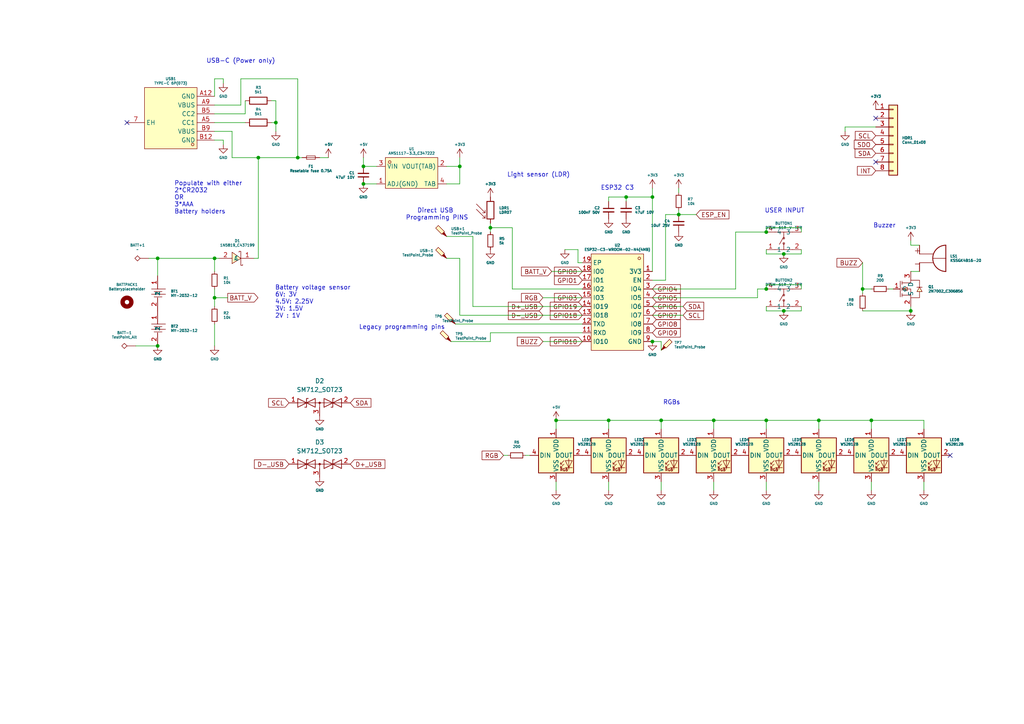
<source format=kicad_sch>
(kicad_sch (version 20250114) (generator "eeschema") (generator_version "9.0")
  (paper "A4")
  (title_block (title "Kinderdorp Printplaat") (date "2025-07-27") (rev "V1.0") (comment 1 "Casper R. Tak"))
  (lib_symbols
    (symbol "Connector:TestPoint_Alt" (pin_numbers (hide yes)) (pin_names (offset 0.762) (hide yes))
      (property "Reference" "TP" (at 0 6.858 0))
      (property "Value" "TestPoint_Alt" (at 0 5.08 0))
      (symbol "TestPoint_Alt_1_1"
        (pin passive line (at 0 0 90) (length 2.54) (name "1") (number "1"))
      )
    )
    (symbol "Connector:TestPoint_Probe" (pin_numbers (hide yes)) (pin_names (offset 0.762) (hide yes))
      (property "Reference" "TP" (at 1.651 5.842 0))
      (property "Value" "TestPoint_Probe" (at 1.651 4.064 0))
      (symbol "TestPoint_Probe_1_1"
        (pin passive line (at 0 0 90) (length 0) (name "1") (number "1"))
      )
    )
    (symbol "Connector_Generic:Conn_01x08" (pin_names (offset 1.016) (hide yes))
      (property "Reference" "J" (at 0 10.16 0))
      (property "Value" "Conn_01x08" (at 0 -12.7 0))
      (symbol "Conn_01x08_1_1"
        (pin passive line (at -5.08 7.62 0) (length 3.81) (name "Pin_1") (number "1"))
        (pin passive line (at -5.08 5.08 0) (length 3.81) (name "Pin_2") (number "2"))
        (pin passive line (at -5.08 2.54 0) (length 3.81) (name "Pin_3") (number "3"))
        (pin passive line (at -5.08 0 0) (length 3.81) (name "Pin_4") (number "4"))
        (pin passive line (at -5.08 -2.54 0) (length 3.81) (name "Pin_5") (number "5"))
        (pin passive line (at -5.08 -5.08 0) (length 3.81) (name "Pin_6") (number "6"))
        (pin passive line (at -5.08 -7.62 0) (length 3.81) (name "Pin_7") (number "7"))
        (pin passive line (at -5.08 -10.16 0) (length 3.81) (name "Pin_8") (number "8"))
      )
    )
    (symbol "Device:C_Small" (pin_numbers (hide yes)) (pin_names (offset 0.254) (hide yes))
      (property "Reference" "C" (at 0.254 1.778 0))
      (property "Value" "C_Small" (at 0.254 -2.032 0))
      (symbol "C_Small_1_1"
        (pin passive line (at 0 2.54 270) (length 2.032) (name "~") (number "1"))
        (pin passive line (at 0 -2.54 90) (length 2.032) (name "~") (number "2"))
      )
    )
    (symbol "Device:Fuse_Small" (pin_numbers (hide yes)) (pin_names (offset 0.254) (hide yes))
      (property "Reference" "F" (at 0 -1.524 0))
      (property "Value" "Fuse_Small" (at 0 1.524 0))
      (symbol "Fuse_Small_1_1"
        (pin passive line (at -2.54 0 0) (length 1.27) (name "~") (number "1"))
        (pin passive line (at 2.54 0 180) (length 1.27) (name "~") (number "2"))
      )
    )
    (symbol "Device:R" (pin_numbers (hide yes)) (pin_names (offset 0))
      (property "Reference" "R" (at 2.032 0 90))
      (property "Value" "R" (at 0 0 90))
      (symbol "R_1_1"
        (pin passive line (at 0 3.81 270) (length 1.27) (name "~") (number "1"))
        (pin passive line (at 0 -3.81 90) (length 1.27) (name "~") (number "2"))
      )
    )
    (symbol "Device:R_Small" (pin_numbers (hide yes)) (pin_names (offset 0.254) (hide yes))
      (property "Reference" "R" (at 0.762 0.508 0))
      (property "Value" "R_Small" (at 0.762 -1.016 0))
      (symbol "R_Small_1_1"
        (pin passive line (at 0 2.54 270) (length 0.762) (name "~") (number "1"))
        (pin passive line (at 0 -2.54 90) (length 0.762) (name "~") (number "2"))
      )
    )
    (symbol "Diode:SM712_SOT23" (pin_names (offset 1.016) (hide yes))
      (property "Reference" "D" (at 0 4.445 0))
      (property "Value" "SM712_SOT23" (at 0 2.54 0))
      (symbol "SM712_SOT23_1_1"
        (pin passive line (at -8.89 0 0) (length 2.54) (name "A1") (number "1"))
        (pin input line (at 0 -3.81 90) (length 2.54) (name "common") (number "3"))
        (pin passive line (at 8.89 0 180) (length 2.54) (name "A2") (number "2"))
      )
    )
    (symbol "KSSGK4B16-20:KSSGK4B16-20" (pin_numbers (hide yes)) (pin_names (offset 1.016) (hide yes))
      (property "Reference" "LS" (at -2.54 6.35 0))
      (property "Value" "KSSGK4B16-20" (at -2.54 -5.08 0))
      (symbol "KSSGK4B16-20_0_0"
        (text "+" (at -4.318 2.54 0) (effects (font (size 1.778 1.778)) (justify left bottom)))
        (text "-" (at -4.318 -1.27 0) (effects (font (size 1.778 1.778)) (justify left bottom)))
        (pin passive line (at -2.54 5.08 270) (length 2.54) (name "~") (number "P"))
        (pin passive line (at -2.54 -2.54 90) (length 2.54) (name "~") (number "N"))
      )
    )
    (symbol "LED:WS2812B" (pin_names (offset 0.254))
      (property "Reference" "D" (at 5.08 5.715 0))
      (property "Value" "WS2812B" (at 1.27 -5.715 0))
      (symbol "WS2812B_0_0"
        (text "RGB" (at 2.286 -4.191 0) (effects (font (size 0.762 0.762))))
      )
      (symbol "WS2812B_1_1"
        (pin input line (at -7.62 0 0) (length 2.54) (name "DIN") (number "4"))
        (pin power_in line (at 0 7.62 270) (length 2.54) (name "VDD") (number "1"))
        (pin power_in line (at 0 -7.62 90) (length 2.54) (name "VSS") (number "3"))
        (pin output line (at 7.62 0 180) (length 2.54) (name "DOUT") (number "2"))
      )
    )
    (symbol "Mechanical:MountingHole" (pin_names (offset 1.016)) (in_bom no)
      (property "Reference" "H" (at 0 5.08 0))
      (property "Value" "MountingHole" (at 0 3.175 0))
    )
    (symbol "Sensor_Optical:LDR07" (pin_numbers (hide yes)) (pin_names (offset 0))
      (property "Reference" "R" (at -5.08 0 90))
      (property "Value" "LDR07" (at 1.905 0 90))
      (symbol "LDR07_1_1"
        (pin passive line (at 0 3.81 270) (length 1.27) (name "~") (number "1"))
        (pin passive line (at 0 -3.81 90) (length 1.27) (name "~") (number "2"))
      )
    )
    (symbol "Strata_frontplate_front_BMS_V2.1-rescue:+3.3V-power" (power) (pin_names (offset 0))
      (property "Value" "+3.3V-power" (at 0 3.556 0))
      (symbol "+3.3V-power_1_1"
        (pin power_in line (at 0 0 90) (length 0) (hide yes) (name "+3V3") (number "1"))
      )
    )
    (symbol "Titan_frontplate_front_BMS_V1.3-rescue:+3.3V-power" (power) (pin_names (offset 0))
      (property "Value" "+3.3V-power" (at 0 3.556 0))
      (symbol "+3.3V-power_1_1"
        (pin power_in line (at 0 0 90) (length 0) (hide yes) (name "+3V3") (number "1"))
      )
    )
    (symbol "easyeda2kicad:1N5819_C437199"
      (property "Reference" "D" (at 0 5.08 0))
      (property "Value" "1N5819_C437199" (at 0 -5.08 0))
      (symbol "1N5819_C437199_0_1"
        (pin unspecified line (at -5.08 0 0) (length 3.81) (name "C") (number "1"))
        (pin unspecified line (at 5.08 0 180) (length 3.81) (name "A") (number "2"))
      )
    )
    (symbol "easyeda2kicad:2N7002_C306856"
      (property "Reference" "Q" (at 0 10.16 0))
      (property "Value" "2N7002_C306856" (at 0 -10.16 0))
      (symbol "2N7002_C306856_0_1"
        (pin unspecified line (at -5.08 0 0) (length 2.032) (name "G") (number "1"))
        (pin unspecified line (at 0 5.08 270) (length 2.54) (name "D") (number "3"))
        (pin unspecified line (at 0 -5.08 90) (length 2.54) (name "S") (number "2"))
      )
    )
    (symbol "easyeda2kicad:AMS1117-3.3_C347222"
      (property "Reference" "U" (at 0 7.62 0))
      (property "Value" "AMS1117-3.3_C347222" (at 0 -7.62 0))
      (symbol "AMS1117-3.3_C347222_0_1"
        (pin unspecified line (at -15.24 2.54 0) (length 2.54) (name "VIN") (number "3"))
        (pin unspecified line (at -15.24 -2.54 0) (length 2.54) (name "ADJ(GND)") (number "1"))
        (pin unspecified line (at 5.08 2.54 180) (length 2.54) (name "VOUT(TAB)") (number "2"))
        (pin unspecified line (at 5.08 -2.54 180) (length 2.54) (name "TAB") (number "4"))
      )
    )
    (symbol "easyeda2kicad:DTSM-61R-V-T_R"
      (property "Reference" "KEY" (at 0 7.62 0))
      (property "Value" "DTSM-61R-V-T/R" (at 0 -7.62 0))
      (symbol "DTSM-61R-V-T_R_0_1"
        (pin unspecified line (at -5.08 2.54 0) (length 2.54) (name "4") (number "4"))
        (pin unspecified line (at -5.08 -2.54 0) (length 2.54) (name "1") (number "1"))
        (pin unspecified line (at 5.08 2.54 180) (length 2.54) (name "3") (number "3"))
        (pin unspecified line (at 5.08 -2.54 180) (length 2.54) (name "2") (number "2"))
      )
    )
    (symbol "easyeda2kicad:ESP32-C3-WROOM-02-N4(4MB)"
      (property "Reference" "U" (at 0 16.51 0))
      (property "Value" "ESP32-C3-WROOM-02-N4(4MB)" (at 0 -16.51 0))
      (symbol "ESP32-C3-WROOM-02-N4(4MB)_0_1"
        (pin unspecified line (at -10.16 8.89 0) (length 2.54) (name "3V3") (number "1"))
        (pin unspecified line (at -10.16 6.35 0) (length 2.54) (name "EN") (number "2"))
        (pin unspecified line (at -10.16 3.81 0) (length 2.54) (name "IO4") (number "3"))
        (pin unspecified line (at -10.16 1.27 0) (length 2.54) (name "IO5") (number "4"))
        (pin unspecified line (at -10.16 -1.27 0) (length 2.54) (name "IO6") (number "5"))
        (pin unspecified line (at -10.16 -3.81 0) (length 2.54) (name "IO7") (number "6"))
        (pin unspecified line (at -10.16 -6.35 0) (length 2.54) (name "IO8") (number "7"))
        (pin unspecified line (at -10.16 -8.89 0) (length 2.54) (name "IO9") (number "8"))
        (pin unspecified line (at -10.16 -11.43 0) (length 2.54) (name "GND") (number "9"))
        (pin unspecified line (at 10.16 11.43 180) (length 2.54) (name "EP") (number "19"))
        (pin unspecified line (at 10.16 8.89 180) (length 2.54) (name "IO0") (number "18"))
        (pin unspecified line (at 10.16 6.35 180) (length 2.54) (name "IO1") (number "17"))
        (pin unspecified line (at 10.16 3.81 180) (length 2.54) (name "IO2") (number "16"))
        (pin unspecified line (at 10.16 1.27 180) (length 2.54) (name "IO3") (number "15"))
        (pin unspecified line (at 10.16 -1.27 180) (length 2.54) (name "IO19") (number "14"))
        (pin unspecified line (at 10.16 -3.81 180) (length 2.54) (name "IO18") (number "13"))
        (pin unspecified line (at 10.16 -6.35 180) (length 2.54) (name "TXD") (number "12"))
        (pin unspecified line (at 10.16 -8.89 180) (length 2.54) (name "RXD") (number "11"))
        (pin unspecified line (at 10.16 -11.43 180) (length 2.54) (name "IO10") (number "10"))
      )
    )
    (symbol "easyeda2kicad:MY-2032-12"
      (property "Reference" "BT" (at 0 5.08 0))
      (property "Value" "MY-2032-12" (at 0 -5.08 0))
      (symbol "MY-2032-12_0_1"
        (pin input line (at -5.08 0 0) (length 3.81) (name "1") (number "1"))
        (pin input line (at 5.08 0 180) (length 3.81) (name "2") (number "2"))
      )
    )
    (symbol "easyeda2kicad:TYPE-C6P(073)"
      (property "Reference" "USB" (at 0 10.16 0))
      (property "Value" "TYPE-C 6P(073)" (at 0 -12.7 0))
      (symbol "TYPE-C6P(073)_0_1"
        (pin unspecified line (at -12.7 5.08 0) (length 5.08) (name "GND") (number "B12"))
        (pin unspecified line (at -12.7 2.54 0) (length 5.08) (name "VBUS") (number "B9"))
        (pin unspecified line (at -12.7 0 0) (length 5.08) (name "CC1") (number "A5"))
        (pin unspecified line (at -12.7 -2.54 0) (length 5.08) (name "CC2") (number "B5"))
        (pin unspecified line (at -12.7 -5.08 0) (length 5.08) (name "VBUS") (number "A9"))
        (pin unspecified line (at -12.7 -7.62 0) (length 5.08) (name "GND") (number "A12"))
        (pin unspecified line (at 12.7 0 180) (length 5.08) (name "EH") (number "7"))
      )
    )
    (symbol "power:GND" (power) (pin_names (offset 0))
      (property "Value" "GND" (at 0 -3.81 0))
      (symbol "GND_1_1"
        (pin power_in line (at 0 0 270) (length 0) (hide yes) (name "GND") (number "1"))
      )
    )
  )
  (text "Legacy programming pins" (at 116.586 94.996 0) (effects (font (size 1.27 1.27))))
  (text "ESP32 C3" (at 179.07 54.61 0) (effects (font (size 1.27 1.27))))
  (text "RGBs" (at 194.818 116.84 0) (effects (font (size 1.27 1.27))))
  (text "Populate with either\n2*CR2032\nOR\n3*AAA\nBattery holders" (at 50.546 57.404 0) (effects (font (size 1.27 1.27)) (justify left)))
  (text "Battery voltage sensor\n6V: 3V\n4.5V: 2.25V\n3V: 1.5V\n2V : 1V" (at 79.756 87.63 0) (effects (font (size 1.27 1.27)) (justify left)))
  (text "Direct USB \nProgramming PINS" (at 126.746 62.23 0) (effects (font (size 1.27 1.27))))
  (text "Light sensor (LDR)" (at 156.21 50.8 0) (effects (font (size 1.27 1.27))))
  (text "USB-C (Power only)" (at 69.85 17.78 0) (effects (font (size 1.27 1.27))))
  (text "USER INPUT" (at 227.584 61.214 0) (effects (font (size 1.27 1.27))))
  (text "Buzzer" (at 256.54 65.532 0) (effects (font (size 1.27 1.27))))
  (junction (at 222.25 67.31))
  (junction (at 161.29 121.92))
  (junction (at 252.73 121.92))
  (junction (at 86.36 45.72))
  (junction (at 222.25 121.92))
  (junction (at 181.61 57.15))
  (junction (at 189.23 99.06))
  (junction (at 142.24 66.04))
  (junction (at 45.72 100.33))
  (junction (at 105.41 53.34))
  (junction (at 196.85 62.23))
  (junction (at 237.49 121.92))
  (junction (at 227.33 90.17))
  (junction (at 189.23 57.15))
  (junction (at 227.33 73.66))
  (junction (at 222.25 83.82))
  (junction (at 45.72 74.93))
  (junction (at 250.19 83.82))
  (junction (at 133.35 48.26))
  (junction (at 191.77 121.92))
  (junction (at 176.53 121.92))
  (junction (at 74.93 45.72))
  (junction (at 80.01 35.56))
  (junction (at 264.16 90.17))
  (junction (at 207.01 121.92))
  (junction (at 62.23 86.36))
  (junction (at 105.41 48.26))
  (junction (at 62.23 74.93))
  (no_connect (at 36.83 35.56))
  (no_connect (at 275.59 132.08))
  (no_connect (at 254 34.29))
  (no_connect (at 254 46.99))
  (wire (pts (xy 86.36 22.86) (xy 86.36 45.72)))
  (wire (pts (xy 207.01 121.92) (xy 222.25 121.92)))
  (wire (pts (xy 201.93 62.23) (xy 196.85 62.23)))
  (wire (pts (xy 222.25 82.55) (xy 222.25 83.82)))
  (wire (pts (xy 250.19 85.09) (xy 250.19 83.82)))
  (wire (pts (xy 213.36 67.31) (xy 222.25 67.31)))
  (wire (pts (xy 62.23 83.82) (xy 62.23 86.36)))
  (wire (pts (xy 92.71 45.72) (xy 95.25 45.72)))
  (wire (pts (xy 213.36 83.82) (xy 213.36 67.31)))
  (wire (pts (xy 232.41 82.55) (xy 222.25 82.55)))
  (wire (pts (xy 167.64 72.39) (xy 167.64 76.2)))
  (wire (pts (xy 168.91 91.44) (xy 133.35 91.44)))
  (wire (pts (xy 252.73 121.92) (xy 252.73 124.46)))
  (wire (pts (xy 142.24 64.77) (xy 142.24 66.04)))
  (wire (pts (xy 189.23 54.61) (xy 189.23 57.15)))
  (wire (pts (xy 142.24 99.06) (xy 142.24 96.52)))
  (wire (pts (xy 74.93 74.93) (xy 74.93 45.72)))
  (wire (pts (xy 62.23 100.33) (xy 62.23 93.98)))
  (wire (pts (xy 62.23 74.93) (xy 63.5 74.93)))
  (wire (pts (xy 133.35 45.72) (xy 133.35 48.26)))
  (wire (pts (xy 160.02 78.74) (xy 168.91 78.74)))
  (wire (pts (xy 207.01 139.7) (xy 207.01 142.24)))
  (wire (pts (xy 62.23 38.1) (xy 67.31 38.1)))
  (wire (pts (xy 130.81 99.06) (xy 142.24 99.06)))
  (wire (pts (xy 105.41 53.34) (xy 109.22 53.34)))
  (wire (pts (xy 237.49 139.7) (xy 237.49 142.24)))
  (wire (pts (xy 45.72 80.01) (xy 45.72 74.93)))
  (wire (pts (xy 267.97 139.7) (xy 267.97 142.24)))
  (wire (pts (xy 191.77 139.7) (xy 191.77 142.24)))
  (wire (pts (xy 137.16 68.58) (xy 137.16 88.9)))
  (wire (pts (xy 133.35 74.93) (xy 133.35 91.44)))
  (wire (pts (xy 181.61 57.15) (xy 176.53 57.15)))
  (wire (pts (xy 181.61 58.42) (xy 181.61 57.15)))
  (wire (pts (xy 133.35 48.26) (xy 129.54 48.26)))
  (wire (pts (xy 67.31 45.72) (xy 74.93 45.72)))
  (wire (pts (xy 250.19 76.2) (xy 250.19 83.82)))
  (wire (pts (xy 105.41 48.26) (xy 109.22 48.26)))
  (wire (pts (xy 257.81 83.82) (xy 259.08 83.82)))
  (wire (pts (xy 69.85 30.48) (xy 62.23 30.48)))
  (wire (pts (xy 254 36.83) (xy 245.11 36.83)))
  (wire (pts (xy 193.04 62.23) (xy 193.04 81.28)))
  (wire (pts (xy 222.25 73.66) (xy 227.33 73.66)))
  (wire (pts (xy 147.32 132.08) (xy 146.05 132.08)))
  (wire (pts (xy 137.16 68.58) (xy 129.54 68.58)))
  (wire (pts (xy 264.16 90.17) (xy 264.16 88.9)))
  (wire (pts (xy 181.61 57.15) (xy 189.23 57.15)))
  (wire (pts (xy 232.41 67.31) (xy 232.41 66.04)))
  (wire (pts (xy 232.41 90.17) (xy 232.41 88.9)))
  (wire (pts (xy 198.12 91.44) (xy 189.23 91.44)))
  (wire (pts (xy 250.19 83.82) (xy 252.73 83.82)))
  (wire (pts (xy 250.19 90.17) (xy 264.16 90.17)))
  (wire (pts (xy 193.04 81.28) (xy 189.23 81.28)))
  (wire (pts (xy 207.01 121.92) (xy 191.77 121.92)))
  (wire (pts (xy 142.24 66.04) (xy 142.24 67.31)))
  (wire (pts (xy 39.37 100.33) (xy 45.72 100.33)))
  (wire (pts (xy 237.49 121.92) (xy 237.49 124.46)))
  (wire (pts (xy 189.23 99.06) (xy 191.77 99.06)))
  (wire (pts (xy 64.77 24.13) (xy 64.77 22.86)))
  (wire (pts (xy 105.41 45.72) (xy 105.41 48.26)))
  (wire (pts (xy 222.25 121.92) (xy 222.25 124.46)))
  (wire (pts (xy 129.54 74.93) (xy 133.35 74.93)))
  (wire (pts (xy 227.33 90.17) (xy 232.41 90.17)))
  (wire (pts (xy 232.41 73.66) (xy 232.41 72.39)))
  (wire (pts (xy 168.91 93.98) (xy 132.08 93.98)))
  (wire (pts (xy 64.77 41.91) (xy 64.77 40.64)))
  (wire (pts (xy 64.77 22.86) (xy 62.23 22.86)))
  (wire (pts (xy 264.16 78.74) (xy 266.7 78.74)))
  (wire (pts (xy 196.85 62.23) (xy 193.04 62.23)))
  (wire (pts (xy 168.91 88.9) (xy 137.16 88.9)))
  (wire (pts (xy 222.25 72.39) (xy 222.25 73.66)))
  (wire (pts (xy 168.91 86.36) (xy 157.48 86.36)))
  (wire (pts (xy 62.23 35.56) (xy 71.12 35.56)))
  (wire (pts (xy 219.71 83.82) (xy 219.71 86.36)))
  (wire (pts (xy 87.63 45.72) (xy 86.36 45.72)))
  (wire (pts (xy 189.23 57.15) (xy 189.23 78.74)))
  (wire (pts (xy 237.49 121.92) (xy 222.25 121.92)))
  (wire (pts (xy 264.16 71.12) (xy 266.7 71.12)))
  (wire (pts (xy 264.16 69.85) (xy 264.16 71.12)))
  (wire (pts (xy 153.67 132.08) (xy 152.4 132.08)))
  (wire (pts (xy 148.59 66.04) (xy 148.59 83.82)))
  (wire (pts (xy 80.01 29.21) (xy 80.01 35.56)))
  (wire (pts (xy 167.64 72.39) (xy 163.83 72.39)))
  (wire (pts (xy 222.25 67.31) (xy 222.25 66.04)))
  (wire (pts (xy 129.54 53.34) (xy 133.35 53.34)))
  (wire (pts (xy 133.35 53.34) (xy 133.35 48.26)))
  (wire (pts (xy 142.24 66.04) (xy 148.59 66.04)))
  (wire (pts (xy 196.85 60.96) (xy 196.85 62.23)))
  (wire (pts (xy 176.53 121.92) (xy 161.29 121.92)))
  (wire (pts (xy 222.25 139.7) (xy 222.25 142.24)))
  (wire (pts (xy 189.23 83.82) (xy 213.36 83.82)))
  (wire (pts (xy 66.04 86.36) (xy 62.23 86.36)))
  (wire (pts (xy 232.41 83.82) (xy 232.41 82.55)))
  (wire (pts (xy 62.23 78.74) (xy 62.23 74.93)))
  (wire (pts (xy 191.77 99.06) (xy 191.77 101.6)))
  (wire (pts (xy 252.73 139.7) (xy 252.73 142.24)))
  (wire (pts (xy 78.74 35.56) (xy 80.01 35.56)))
  (wire (pts (xy 62.23 86.36) (xy 62.23 88.9)))
  (wire (pts (xy 222.25 88.9) (xy 222.25 90.17)))
  (wire (pts (xy 189.23 86.36) (xy 219.71 86.36)))
  (wire (pts (xy 267.97 121.92) (xy 267.97 124.46)))
  (wire (pts (xy 142.24 96.52) (xy 168.91 96.52)))
  (wire (pts (xy 167.64 76.2) (xy 168.91 76.2)))
  (wire (pts (xy 45.72 74.93) (xy 62.23 74.93)))
  (wire (pts (xy 71.12 33.02) (xy 71.12 29.21)))
  (wire (pts (xy 78.74 29.21) (xy 80.01 29.21)))
  (wire (pts (xy 161.29 139.7) (xy 161.29 142.24)))
  (wire (pts (xy 237.49 121.92) (xy 252.73 121.92)))
  (wire (pts (xy 252.73 121.92) (xy 267.97 121.92)))
  (wire (pts (xy 245.11 36.83) (xy 245.11 38.1)))
  (wire (pts (xy 198.12 88.9) (xy 189.23 88.9)))
  (wire (pts (xy 191.77 121.92) (xy 191.77 124.46)))
  (wire (pts (xy 62.23 33.02) (xy 71.12 33.02)))
  (wire (pts (xy 207.01 121.92) (xy 207.01 124.46)))
  (wire (pts (xy 176.53 121.92) (xy 176.53 124.46)))
  (wire (pts (xy 62.23 22.86) (xy 62.23 27.94)))
  (wire (pts (xy 222.25 90.17) (xy 227.33 90.17)))
  (wire (pts (xy 176.53 139.7) (xy 176.53 142.24)))
  (wire (pts (xy 176.53 57.15) (xy 176.53 58.42)))
  (wire (pts (xy 227.33 73.66) (xy 232.41 73.66)))
  (wire (pts (xy 148.59 83.82) (xy 168.91 83.82)))
  (wire (pts (xy 69.85 22.86) (xy 86.36 22.86)))
  (wire (pts (xy 74.93 45.72) (xy 86.36 45.72)))
  (wire (pts (xy 232.41 66.04) (xy 222.25 66.04)))
  (wire (pts (xy 69.85 22.86) (xy 69.85 30.48)))
  (wire (pts (xy 219.71 83.82) (xy 222.25 83.82)))
  (wire (pts (xy 161.29 121.92) (xy 161.29 124.46)))
  (wire (pts (xy 73.66 74.93) (xy 74.93 74.93)))
  (wire (pts (xy 64.77 40.64) (xy 62.23 40.64)))
  (wire (pts (xy 168.91 99.06) (xy 157.48 99.06)))
  (wire (pts (xy 176.53 121.92) (xy 191.77 121.92)))
  (wire (pts (xy 80.01 35.56) (xy 80.01 38.1)))
  (wire (pts (xy 196.85 54.61) (xy 196.85 55.88)))
  (wire (pts (xy 43.18 74.93) (xy 45.72 74.93)))
  (wire (pts (xy 67.31 45.72) (xy 67.31 38.1)))
  (global_label "SCL" (shape input) (at 83.82 116.84 180) (property "Intersheetrefs" "${INTERSHEET_REFS}" (effects (hide yes))))
  (global_label "D-_USB" (shape input) (at 83.82 134.62 180) (property "Intersheetrefs" "${INTERSHEET_REFS}" (effects (hide yes))))
  (global_label "GPIO6" (shape input) (at 189.23 88.9 0) (property "Intersheetrefs" "${INTERSHEET_REFS}" (effects (hide yes))))
  (global_label "D+_USB" (shape input) (at 101.6 134.62 0) (property "Intersheetrefs" "${INTERSHEET_REFS}" (effects (hide yes))))
  (global_label "BATT_V" (shape input) (at 160.02 78.74 180) (property "Intersheetrefs" "${INTERSHEET_REFS}" (effects (hide yes))))
  (global_label "SDA" (shape input) (at 101.6 116.84 0) (property "Intersheetrefs" "${INTERSHEET_REFS}" (effects (hide yes))))
  (global_label "SDA" (shape input) (at 198.12 88.9 0) (property "Intersheetrefs" "${INTERSHEET_REFS}" (effects (hide yes))))
  (global_label "SDO" (shape input) (at 254 41.91 180) (property "Intersheetrefs" "${INTERSHEET_REFS}" (effects (hide yes))))
  (global_label "BATT_V" (shape output) (at 66.04 86.36 0) (property "Intersheetrefs" "${INTERSHEET_REFS}" (effects (hide yes))))
  (global_label "GPIO0" (shape input) (at 168.91 78.74 180) (property "Intersheetrefs" "${INTERSHEET_REFS}" (effects (hide yes))))
  (global_label "GPIO9" (shape input) (at 189.23 96.52 0) (property "Intersheetrefs" "${INTERSHEET_REFS}" (effects (hide yes))))
  (global_label "SDA" (shape input) (at 254 44.45 180) (property "Intersheetrefs" "${INTERSHEET_REFS}" (effects (hide yes))))
  (global_label "BUZZ" (shape input) (at 250.19 76.2 180) (property "Intersheetrefs" "${INTERSHEET_REFS}" (effects (hide yes))))
  (global_label "GPIO8" (shape input) (at 189.23 93.98 0) (property "Intersheetrefs" "${INTERSHEET_REFS}" (effects (hide yes))))
  (global_label "BUZZ" (shape input) (at 157.48 99.06 180) (property "Intersheetrefs" "${INTERSHEET_REFS}" (effects (hide yes))))
  (global_label "INT" (shape input) (at 254 49.53 180) (property "Intersheetrefs" "${INTERSHEET_REFS}" (effects (hide yes))))
  (global_label "GPIO1" (shape input) (at 168.91 81.28 180) (property "Intersheetrefs" "${INTERSHEET_REFS}" (effects (hide yes))))
  (global_label "GPIO3" (shape input) (at 168.91 86.36 180) (property "Intersheetrefs" "${INTERSHEET_REFS}" (effects (hide yes))))
  (global_label "SCL" (shape input) (at 198.12 91.44 0) (property "Intersheetrefs" "${INTERSHEET_REFS}" (effects (hide yes))))
  (global_label "SCL" (shape input) (at 254 39.37 180) (property "Intersheetrefs" "${INTERSHEET_REFS}" (effects (hide yes))))
  (global_label "GPIO10" (shape input) (at 168.91 99.06 180) (property "Intersheetrefs" "${INTERSHEET_REFS}" (effects (hide yes))))
  (global_label "GPIO4" (shape input) (at 189.23 83.82 0) (property "Intersheetrefs" "${INTERSHEET_REFS}" (effects (hide yes))))
  (global_label "D+_USB" (shape input) (at 157.48 88.9 180) (property "Intersheetrefs" "${INTERSHEET_REFS}" (effects (hide yes))))
  (global_label "D-_USB" (shape input) (at 157.48 91.44 180) (property "Intersheetrefs" "${INTERSHEET_REFS}" (effects (hide yes))))
  (global_label "GPIO5" (shape input) (at 189.23 86.36 0) (property "Intersheetrefs" "${INTERSHEET_REFS}" (effects (hide yes))))
  (global_label "GPIO18" (shape input) (at 168.91 91.44 180) (property "Intersheetrefs" "${INTERSHEET_REFS}" (effects (hide yes))))
  (global_label "GPIO19" (shape input) (at 168.91 88.9 180) (property "Intersheetrefs" "${INTERSHEET_REFS}" (effects (hide yes))))
  (global_label "RGB" (shape input) (at 146.05 132.08 180) (property "Intersheetrefs" "${INTERSHEET_REFS}" (effects (hide yes))))
  (global_label "GPIO7" (shape input) (at 189.23 91.44 0) (property "Intersheetrefs" "${INTERSHEET_REFS}" (effects (hide yes))))
  (global_label "RGB" (shape input) (at 157.48 86.36 180) (property "Intersheetrefs" "${INTERSHEET_REFS}" (effects (hide yes))))
  (global_label "ESP_EN" (shape input) (at 201.93 62.23 0) (property "Intersheetrefs" "${INTERSHEET_REFS}" (effects (hide yes))))
  (symbol (lib_id "Strata_frontplate_front_BMS_V2.1-rescue:+3.3V-power") (at 196.85 54.61 0) (unit 1)
    (property "Reference" "#PWR021" (effects (hide yes)))
    (property "Value" "+3V3" (at 196.85 50.8 0) (effects (font (size 0.75 0.75))))
  )
  (symbol (lib_id "LED:WS2812B") (at 161.29 132.08 0) (unit 1)
    (property "Reference" "LED1" (at 170.18 127.5648 0) (effects (font (size 0.75 0.75))))
    (property "Value" "WS2812B" (at 170.18 128.8348 0) (effects (font (size 0.75 0.75))))
    (property "Footprint" "easyeda2kicad:LED-SMD_4P-L5.0-W5.0-BL_TC5050RGB" (effects (hide yes)))
    (property "Datasheet" "https://cdn-shop.adafruit.com/datasheets/WS2812B.pdf" (effects (hide yes)))
  )
  (symbol (lib_id "Titan_frontplate_front_BMS_V1.3-rescue:+3.3V-power") (at 105.41 45.72 0) (mirror y) (unit 1)
    (property "Reference" "#PWR07" (effects (hide yes)))
    (property "Value" "+5V" (at 105.41 41.91 0) (effects (font (size 0.75 0.75))))
    (property "Footprint" "Package_SO:SOIC-16_3.9x9.9mm_P1.27mm" (effects (hide yes)))
  )
  (symbol (lib_id "power:GND") (at 196.85 67.31 0) (unit 1)
    (property "Reference" "#PWR022" (effects (hide yes)))
    (property "Value" "GND" (at 196.85 71.12 0) (effects (font (size 0.75 0.75))))
  )
  (symbol (lib_id "power:GND") (at 227.33 90.17 0) (unit 1)
    (property "Reference" "#PWR026" (effects (hide yes)))
    (property "Value" "GND" (at 227.33 93.98 0) (effects (font (size 0.75 0.75))))
  )
  (symbol (lib_id "power:GND") (at 142.24 72.39 0) (unit 1)
    (property "Reference" "#PWR011" (effects (hide yes)))
    (property "Value" "GND" (at 142.24 76.2 0) (effects (font (size 0.75 0.75))))
  )
  (symbol (lib_id "power:GND") (at 92.71 138.43 0) (unit 1)
    (property "Reference" "#PWR035" (effects (hide yes)))
    (property "Value" "GND" (at 92.71 142.24 0) (effects (font (size 0.75 0.75))))
  )
  (symbol (lib_id "Connector:TestPoint_Alt") (at 39.37 100.33 90) (unit 1)
    (property "Reference" "BATT-1" (at 36.068 96.52 90) (effects (font (size 0.75 0.75))))
    (property "Value" "TestPoint_Alt" (at 36.068 97.79 90) (effects (font (size 0.75 0.75))))
    (property "Footprint" "TestPoint:TestPoint_Pad_D3.0mm" (effects (hide yes)))
    (property "Description" "test point (alternative shape)" (effects (hide yes)))
  )
  (symbol (lib_id "Connector:TestPoint_Probe") (at 129.54 74.93 0) (mirror y) (unit 1)
    (property "Reference" "USB-1" (at 125.73 72.7074 0) (effects (font (size 0.75 0.75)) (justify left)))
    (property "Value" "TestPoint_Probe" (at 125.73 73.9774 0) (effects (font (size 0.75 0.75)) (justify left)))
    (property "Footprint" "TestPoint:TestPoint_Pad_D2.0mm" (effects (hide yes)))
  )
  (symbol (lib_id "Device:R_Small") (at 149.86 132.08 270) (mirror x) (unit 1)
    (property "Reference" "R6" (at 149.86 128.27 90) (effects (font (size 0.75 0.75))))
    (property "Value" "200" (at 149.86 129.54 90) (effects (font (size 0.75 0.75))))
    (property "Footprint" "Resistor_SMD:R_1206_3216Metric_Pad1.30x1.75mm_HandSolder" (effects (hide yes)))
  )
  (symbol (lib_id "easyeda2kicad:MY-2032-12") (at 45.72 95.25 270) (unit 1)
    (property "Reference" "BT2" (at 49.53 94.6149 90) (effects (font (size 0.75 0.75)) (justify left)))
    (property "Value" "MY-2032-12" (at 49.53 95.8849 90) (effects (font (size 0.75 0.75)) (justify left)))
    (property "Footprint" "easyeda2kicad:BAT-SMD_MY-2032-12" (effects (hide yes)))
    (property "LCSC Part" "C964833" (effects (hide yes)))
  )
  (symbol (lib_id "easyeda2kicad:TYPE-C6P(073)") (at 49.53 35.56 180) (unit 1)
    (property "Reference" "USB1" (at 49.53 22.86 0) (effects (font (size 0.75 0.75))))
    (property "Value" "TYPE-C 6P(073)" (at 49.53 24.13 0) (effects (font (size 0.75 0.75))))
    (property "Footprint" "easyeda2kicad:TYPE-C-SMD_TYPE-C-6P_5" (effects (hide yes)))
    (property "Datasheet" "https://lcsc.com/product-detail/USB-Connectors_SHOU-HAN-TYPE-C-6P-073_C668623.html" (effects (hide yes)))
    (property "LCSC Part" "C668623" (effects (hide yes)))
  )
  (symbol (lib_id "Connector:TestPoint_Probe") (at 130.81 99.06 0) (mirror y) (unit 1)
    (property "Reference" "TP5" (at 132.08 96.8374 0) (effects (font (size 0.75 0.75)) (justify right)))
    (property "Value" "TestPoint_Probe" (at 132.08 98.1074 0) (effects (font (size 0.75 0.75)) (justify right)))
    (property "Footprint" "TestPoint:TestPoint_Pad_D2.0mm" (effects (hide yes)))
  )
  (symbol (lib_id "power:GND") (at 176.53 63.5 0) (unit 1)
    (property "Reference" "#PWR015" (effects (hide yes)))
    (property "Value" "GND" (at 176.53 67.31 0) (effects (font (size 0.75 0.75))))
  )
  (symbol (lib_id "power:GND") (at 64.77 24.13 0) (unit 1)
    (property "Reference" "#PWR03" (effects (hide yes)))
    (property "Value" "GND" (at 64.77 27.94 0) (effects (font (size 0.75 0.75))))
  )
  (symbol (lib_id "power:GND") (at 227.33 73.66 0) (unit 1)
    (property "Reference" "#PWR025" (effects (hide yes)))
    (property "Value" "GND" (at 227.33 77.47 0) (effects (font (size 0.75 0.75))))
  )
  (symbol (lib_id "Device:R_Small") (at 142.24 69.85 0) (unit 1)
    (property "Reference" "R5" (at 144.78 69.2149 0) (effects (font (size 0.75 0.75)) (justify left)))
    (property "Value" "5k" (at 144.78 70.4849 0) (effects (font (size 0.75 0.75)) (justify left)))
    (property "Footprint" "Resistor_SMD:R_1206_3216Metric_Pad1.30x1.75mm_HandSolder" (effects (hide yes)))
  )
  (symbol (lib_id "Device:C_Small") (at 105.41 50.8 0) (mirror x) (unit 1)
    (property "Reference" "C1" (at 102.87 50.1585 0) (effects (font (size 0.75 0.75)) (justify right)))
    (property "Value" "47uF 10V" (at 102.87 51.4285 0) (effects (font (size 0.75 0.75)) (justify right)))
    (property "Footprint" "Capacitor_SMD:C_1210_3225Metric_Pad1.33x2.70mm_HandSolder" (effects (hide yes)))
  )
  (symbol (lib_id "power:GND") (at 252.73 142.24 0) (mirror y) (unit 1)
    (property "Reference" "#PWR029" (effects (hide yes)))
    (property "Value" "GND" (at 252.73 146.05 0) (effects (font (size 0.75 0.75))))
  )
  (symbol (lib_id "Device:Fuse_Small") (at 90.17 45.72 180) (unit 1)
    (property "Reference" "F1" (at 90.17 48.26 0) (effects (font (size 0.75 0.75))))
    (property "Value" "Resetable fuse 0.75A" (at 90.17 49.53 0) (effects (font (size 0.75 0.75))))
    (property "Footprint" "Fuse:Fuse_1206_3216Metric_Pad1.42x1.75mm_HandSolder" (effects (hide yes)))
    (property "Description" "Fuse, small symbol" (effects (hide yes)))
  )
  (symbol (lib_id "Device:R") (at 74.93 29.21 270) (unit 1)
    (property "Reference" "R3" (at 74.93 25.4 90) (effects (font (size 0.75 0.75))))
    (property "Value" "5k1" (at 74.93 26.67 90) (effects (font (size 0.75 0.75))))
    (property "Footprint" "Resistor_SMD:R_1206_3216Metric_Pad1.30x1.75mm_HandSolder" (effects (hide yes)))
    (property "Purpose" "Enable power and tell device id" (effects (hide yes)))
  )
  (symbol (lib_id "easyeda2kicad:MY-2032-12") (at 45.72 85.09 270) (unit 1)
    (property "Reference" "BT1" (at 49.53 84.4549 90) (effects (font (size 0.75 0.75)) (justify left)))
    (property "Value" "MY-2032-12" (at 49.53 85.7249 90) (effects (font (size 0.75 0.75)) (justify left)))
    (property "Footprint" "easyeda2kicad:BAT-SMD_MY-2032-12" (effects (hide yes)))
    (property "LCSC Part" "C964833" (effects (hide yes)))
  )
  (symbol (lib_id "power:GND") (at 176.53 142.24 0) (mirror y) (unit 1)
    (property "Reference" "#PWR016" (effects (hide yes)))
    (property "Value" "GND" (at 176.53 146.05 0) (effects (font (size 0.75 0.75))))
  )
  (symbol (lib_id "Device:C_Small") (at 196.85 64.77 0) (mirror x) (unit 1)
    (property "Reference" "C4" (at 194.31 64.1285 0) (effects (font (size 0.75 0.75)) (justify right)))
    (property "Value" "10uF 25V" (at 194.31 65.3985 0) (effects (font (size 0.75 0.75)) (justify right)))
    (property "Footprint" "Capacitor_SMD:C_1210_3225Metric_Pad1.33x2.70mm_HandSolder" (effects (hide yes)))
  )
  (symbol (lib_id "easyeda2kicad:1N5819_C437199") (at 68.58 74.93 180) (unit 1)
    (property "Reference" "D1" (at 68.835 69.85 0) (effects (font (size 0.75 0.75))))
    (property "Value" "1N5819_C437199" (at 68.835 71.12 0) (effects (font (size 0.75 0.75))))
    (property "Footprint" "easyeda2kicad:SMA_L4.4-W2.6-LS5.0-RD" (effects (hide yes)))
    (property "Datasheet" "https://lcsc.com/product-detail/Schottky-Barrier-Diodes-SBD_KEXIN-1N5819_C437199.html" (effects (hide yes)))
    (property "LCSC Part" "C437199" (effects (hide yes)))
  )
  (symbol (lib_id "power:GND") (at 264.16 90.17 0) (unit 1)
    (property "Reference" "#PWR032" (effects (hide yes)))
    (property "Value" "GND" (at 264.16 93.98 0) (effects (font (size 0.75 0.75))))
    (property "Footprint" "Package_SO:SOIC-8_3.9x4.9mm_P1.27mm" (effects (hide yes)))
  )
  (symbol (lib_id "Device:R_Small") (at 196.85 58.42 0) (unit 1)
    (property "Reference" "R7" (at 199.39 57.7849 0) (effects (font (size 0.75 0.75)) (justify left)))
    (property "Value" "10k" (at 199.39 59.0549 0) (effects (font (size 0.75 0.75)) (justify left)))
    (property "Footprint" "Resistor_SMD:R_1206_3216Metric_Pad1.30x1.75mm_HandSolder" (effects (hide yes)))
  )
  (symbol (lib_id "Strata_frontplate_front_BMS_V2.1-rescue:+3.3V-power") (at 133.35 45.72 0) (mirror y) (unit 1)
    (property "Reference" "#PWR09" (effects (hide yes)))
    (property "Value" "+3V3" (at 133.35 41.91 0) (effects (font (size 0.75 0.75))))
  )
  (symbol (lib_id "power:GND") (at 189.23 99.06 0) (unit 1)
    (property "Reference" "#PWR019" (effects (hide yes)))
    (property "Value" "GND" (at 189.23 102.87 0) (effects (font (size 0.75 0.75))))
  )
  (symbol (lib_id "power:GND") (at 163.83 72.39 0) (unit 1)
    (property "Reference" "#PWR014" (effects (hide yes)))
    (property "Value" "GND" (at 163.83 76.2 0) (effects (font (size 0.75 0.75))))
  )
  (symbol (lib_id "Connector:TestPoint_Probe") (at 129.54 68.58 0) (mirror y) (unit 1)
    (property "Reference" "USB+1" (at 130.81 66.3574 0) (effects (font (size 0.75 0.75)) (justify right)))
    (property "Value" "TestPoint_Probe" (at 130.81 67.6274 0) (effects (font (size 0.75 0.75)) (justify right)))
    (property "Footprint" "TestPoint:TestPoint_Pad_D2.0mm" (effects (hide yes)))
  )
  (symbol (lib_id "Diode:SM712_SOT23") (at 92.71 134.62 0) (unit 1)
    (property "Reference" "D3" (at 92.71 128.27 0))
    (property "Value" "SM712_SOT23" (at 92.71 130.81 0))
    (property "Footprint" "Package_TO_SOT_SMD:SOT-23" (effects (hide yes)))
    (property "Datasheet" "https://www.littelfuse.com/~/media/electronics/datasheets/tvs_diode_arrays/littelfuse_tvs_diode_array_sm712_datasheet.pdf.pdf" (effects (hide yes)))
    (property "Description" "7V/12V, 600W Asymmetrical TVS Diode Array, SOT-23" (effects (hide yes)))
  )
  (symbol (lib_id "power:GND") (at 237.49 142.24 0) (mirror y) (unit 1)
    (property "Reference" "#PWR027" (effects (hide yes)))
    (property "Value" "GND" (at 237.49 146.05 0) (effects (font (size 0.75 0.75))))
  )
  (symbol (lib_id "easyeda2kicad:DTSM-61R-V-T_R") (at 227.33 69.85 0) (unit 1)
    (property "Reference" "BUTTON1" (at 227.33 64.77 0) (effects (font (size 0.75 0.75))))
    (property "Value" "DTSM-61R-V-T/R" (at 227.33 66.04 0) (effects (font (size 0.75 0.75))))
    (property "Footprint" "easyeda2kicad:KEY-SMD_4P-L6.2-W6.2-P4.50-LS9.0" (effects (hide yes)))
    (property "Datasheet" "https://lcsc.com/product-detail/Tactile-Switches_Diptronics-DTSM-61R-V-T-R_C224977.html" (effects (hide yes)))
    (property "LCSC Part" "C224977" (effects (hide yes)))
  )
  (symbol (lib_id "Device:R_Small") (at 255.27 83.82 90) (unit 1)
    (property "Reference" "R9" (at 255.27 80.01 90) (effects (font (size 0.75 0.75))))
    (property "Value" "200" (at 255.27 81.28 90) (effects (font (size 0.75 0.75))))
    (property "Footprint" "Resistor_SMD:R_1206_3216Metric_Pad1.30x1.75mm_HandSolder" (effects (hide yes)))
  )
  (symbol (lib_id "power:GND") (at 45.72 100.33 0) (unit 1)
    (property "Reference" "#PWR01" (effects (hide yes)))
    (property "Value" "GND" (at 45.72 104.14 0) (effects (font (size 0.75 0.75))))
  )
  (symbol (lib_id "Titan_frontplate_front_BMS_V1.3-rescue:+3.3V-power") (at 264.16 69.85 0) (unit 1)
    (property "Reference" "#PWR031" (effects (hide yes)))
    (property "Value" "+3V3" (at 264.16 66.04 0) (effects (font (size 0.75 0.75))))
    (property "Footprint" "Package_SO:SOIC-16_3.9x9.9mm_P1.27mm" (effects (hide yes)))
  )
  (symbol (lib_id "power:GND") (at 62.23 100.33 0) (unit 1)
    (property "Reference" "#PWR02" (effects (hide yes)))
    (property "Value" "GND" (at 62.23 104.14 0) (effects (font (size 0.75 0.75))))
  )
  (symbol (lib_id "Device:C_Small") (at 181.61 60.96 180) (unit 1)
    (property "Reference" "C3" (at 184.15 60.3185 0) (effects (font (size 0.75 0.75)) (justify right)))
    (property "Value" "47uF 10V" (at 184.15 61.5885 0) (effects (font (size 0.75 0.75)) (justify right)))
    (property "Footprint" "Capacitor_SMD:C_1210_3225Metric_Pad1.33x2.70mm_HandSolder" (effects (hide yes)))
  )
  (symbol (lib_id "power:GND") (at 161.29 142.24 0) (mirror y) (unit 1)
    (property "Reference" "#PWR013" (effects (hide yes)))
    (property "Value" "GND" (at 161.29 146.05 0) (effects (font (size 0.75 0.75))))
  )
  (symbol (lib_id "Titan_frontplate_front_BMS_V1.3-rescue:+3.3V-power") (at 95.25 45.72 0) (mirror y) (unit 1)
    (property "Reference" "#PWR06" (effects (hide yes)))
    (property "Value" "+5V" (at 95.25 41.91 0) (effects (font (size 0.75 0.75))))
    (property "Footprint" "Package_SO:SOIC-16_3.9x9.9mm_P1.27mm" (effects (hide yes)))
  )
  (symbol (lib_id "Strata_frontplate_front_BMS_V2.1-rescue:+3.3V-power") (at 142.24 57.15 0) (unit 1)
    (property "Reference" "#PWR010" (effects (hide yes)))
    (property "Value" "+3V3" (at 142.24 53.34 0) (effects (font (size 0.75 0.75))))
  )
  (symbol (lib_id "easyeda2kicad:AMS1117-3.3_C347222") (at 124.46 50.8 0) (unit 1)
    (property "Reference" "U1" (at 119.38 43.18 0) (effects (font (size 0.75 0.75))))
    (property "Value" "AMS1117-3.3_C347222" (at 119.38 44.45 0) (effects (font (size 0.75 0.75))))
    (property "Footprint" "easyeda2kicad:SOT-223-4_L6.5-W3.5-P2.30-LS7.0-BR" (effects (hide yes)))
    (property "Datasheet" "https://lcsc.com/product-detail/Others_Youtai-Semiconductor-Co-Ltd-AMS1117-3-3_C347222.html" (effects (hide yes)))
    (property "LCSC Part" "C347222" (effects (hide yes)))
  )
  (symbol (lib_id "power:GND") (at 92.71 120.65 0) (unit 1)
    (property "Reference" "#PWR034" (effects (hide yes)))
    (property "Value" "GND" (at 92.71 124.46 0) (effects (font (size 0.75 0.75))))
  )
  (symbol (lib_id "Strata_frontplate_front_BMS_V2.1-rescue:+3.3V-power") (at 189.23 54.61 0) (unit 1)
    (property "Reference" "#PWR018" (effects (hide yes)))
    (property "Value" "+3V3" (at 189.23 50.8 0) (effects (font (size 0.75 0.75))))
  )
  (symbol (lib_id "Titan_frontplate_front_BMS_V1.3-rescue:+3.3V-power") (at 161.29 121.92 0) (mirror y) (unit 1)
    (property "Reference" "#PWR012" (effects (hide yes)))
    (property "Value" "+5V" (at 161.29 118.11 0) (effects (font (size 0.75 0.75))))
    (property "Footprint" "Package_SO:SOIC-16_3.9x9.9mm_P1.27mm" (effects (hide yes)))
  )
  (symbol (lib_id "power:GND") (at 64.77 41.91 0) (unit 1)
    (property "Reference" "#PWR04" (effects (hide yes)))
    (property "Value" "GND" (at 64.77 45.72 0) (effects (font (size 0.75 0.75))))
  )
  (symbol (lib_id "Device:R_Small") (at 62.23 91.44 0) (unit 1)
    (property "Reference" "R2" (at 64.77 90.8049 0) (effects (font (size 0.75 0.75)) (justify left)))
    (property "Value" "10k" (at 64.77 92.0749 0) (effects (font (size 0.75 0.75)) (justify left)))
    (property "Footprint" "Resistor_SMD:R_1206_3216Metric_Pad1.30x1.75mm_HandSolder" (effects (hide yes)))
  )
  (symbol (lib_id "easyeda2kicad:ESP32-C3-WROOM-02-N4(4MB)") (at 179.07 87.63 0) (mirror y) (unit 1)
    (property "Reference" "U2" (at 179.07 71.12 0) (effects (font (size 0.75 0.75))))
    (property "Value" "ESP32-C3-WROOM-02-N4(4MB)" (at 179.07 72.39 0) (effects (font (size 0.75 0.75))))
    (property "Footprint" "easyeda2kicad:BULETM-SMD_ESPRESSIF_ESP32-C3-WROOM-02-N4-4MB" (effects (hide yes)))
  )
  (symbol (lib_id "Sensor_Optical:LDR07") (at 142.24 60.96 0) (unit 1)
    (property "Reference" "LDR1" (at 144.78 60.3249 0) (effects (font (size 0.75 0.75)) (justify left)))
    (property "Value" "LDR07" (at 144.78 61.5949 0) (effects (font (size 0.75 0.75)) (justify left)))
    (property "Footprint" "OptoDevice:R_LDR_5.1x4.3mm_P3.4mm_Vertical" (effects (hide yes)))
    (property "Datasheet" "http://www.tme.eu/de/Document/f2e3ad76a925811312d226c31da4cd7e/LDR07.pdf" (effects (hide yes)))
    (property "Description" "light dependent resistor" (effects (hide yes)))
  )
  (symbol (lib_id "LED:WS2812B") (at 191.77 132.08 0) (unit 1)
    (property "Reference" "LED3" (at 200.66 127.5648 0) (effects (font (size 0.75 0.75))))
    (property "Value" "WS2812B" (at 200.66 128.8348 0) (effects (font (size 0.75 0.75))))
    (property "Footprint" "easyeda2kicad:LED-SMD_4P-L5.0-W5.0-BL_TC5050RGB" (effects (hide yes)))
    (property "Datasheet" "https://cdn-shop.adafruit.com/datasheets/WS2812B.pdf" (effects (hide yes)))
  )
  (symbol (lib_id "easyeda2kicad:2N7002_C306856") (at 264.16 83.82 0) (unit 1)
    (property "Reference" "Q1" (at 269.24 83.1849 0) (effects (font (size 0.75 0.75)) (justify left)))
    (property "Value" "2N7002_C306856" (at 269.24 84.4549 0) (effects (font (size 0.75 0.75)) (justify left)))
    (property "Footprint" "easyeda2kicad:SOT-23-3_L2.9-W1.3-P1.90-LS2.4-BR" (effects (hide yes)))
    (property "Datasheet" "https://lcsc.com/product-detail/MOSFET_Bourne-Semicon-Shenzhen-2N7002_C306856.html" (effects (hide yes)))
  )
  (symbol (lib_id "LED:WS2812B") (at 176.53 132.08 0) (unit 1)
    (property "Reference" "LED2" (at 185.42 127.5648 0) (effects (font (size 0.75 0.75))))
    (property "Value" "WS2812B" (at 185.42 128.8348 0) (effects (font (size 0.75 0.75))))
    (property "Footprint" "easyeda2kicad:LED-SMD_4P-L5.0-W5.0-BL_TC5050RGB" (effects (hide yes)))
    (property "Datasheet" "https://cdn-shop.adafruit.com/datasheets/WS2812B.pdf" (effects (hide yes)))
  )
  (symbol (lib_id "Connector_Generic:Conn_01x08") (at 259.08 39.37 0) (unit 1)
    (property "Reference" "HDR1" (at 261.62 40.0049 0) (effects (font (size 0.75 0.75)) (justify left)))
    (property "Value" "Conn_01x08" (at 261.62 41.2749 0) (effects (font (size 0.75 0.75)) (justify left)))
    (property "Footprint" "Connector_PinHeader_2.54mm:PinHeader_1x08_P2.54mm_Vertical" (effects (hide yes)))
    (property "Description" "Generic connector, single row, 01x08, script generated (kicad-library-utils/schlib/autogen/connector/)" (effects (hide yes)))
  )
  (symbol (lib_id "Diode:SM712_SOT23") (at 92.71 116.84 0) (unit 1)
    (property "Reference" "D2" (at 92.71 110.49 0))
    (property "Value" "SM712_SOT23" (at 92.71 113.03 0))
    (property "Footprint" "Package_TO_SOT_SMD:SOT-23" (effects (hide yes)))
    (property "Datasheet" "https://www.littelfuse.com/~/media/electronics/datasheets/tvs_diode_arrays/littelfuse_tvs_diode_array_sm712_datasheet.pdf.pdf" (effects (hide yes)))
    (property "Description" "7V/12V, 600W Asymmetrical TVS Diode Array, SOT-23" (effects (hide yes)))
  )
  (symbol (lib_id "Mechanical:MountingHole") (at 36.83 87.63 0) (unit 1) (in_bom no)
    (property "Reference" "BATTPACK1" (at 36.83 82.55 0) (effects (font (size 0.75 0.75))))
    (property "Value" "Batteryplaceholder" (at 36.83 83.82 0) (effects (font (size 0.75 0.75))))
    (property "Footprint" "MountingHole:MountingHole_2.1mm" (effects (hide yes)))
    (property "Description" "Mounting Hole without connection" (effects (hide yes)))
  )
  (symbol (lib_id "LED:WS2812B") (at 222.25 132.08 0) (unit 1)
    (property "Reference" "LED5" (at 231.14 127.5648 0) (effects (font (size 0.75 0.75))))
    (property "Value" "WS2812B" (at 231.14 128.8348 0) (effects (font (size 0.75 0.75))))
    (property "Footprint" "easyeda2kicad:LED-SMD_4P-L5.0-W5.0-BL_TC5050RGB" (effects (hide yes)))
    (property "Datasheet" "https://cdn-shop.adafruit.com/datasheets/WS2812B.pdf" (effects (hide yes)))
  )
  (symbol (lib_id "Strata_frontplate_front_BMS_V2.1-rescue:+3.3V-power") (at 254 31.75 0) (unit 1)
    (property "Reference" "#PWR030" (effects (hide yes)))
    (property "Value" "+3V3" (at 254 27.94 0) (effects (font (size 0.75 0.75))))
  )
  (symbol (lib_id "power:GND") (at 222.25 142.24 0) (mirror y) (unit 1)
    (property "Reference" "#PWR024" (effects (hide yes)))
    (property "Value" "GND" (at 222.25 146.05 0) (effects (font (size 0.75 0.75))))
  )
  (symbol (lib_id "LED:WS2812B") (at 207.01 132.08 0) (unit 1)
    (property "Reference" "LED4" (at 215.9 127.5648 0) (effects (font (size 0.75 0.75))))
    (property "Value" "WS2812B" (at 215.9 128.8348 0) (effects (font (size 0.75 0.75))))
    (property "Footprint" "easyeda2kicad:LED-SMD_4P-L5.0-W5.0-BL_TC5050RGB" (effects (hide yes)))
    (property "Datasheet" "https://cdn-shop.adafruit.com/datasheets/WS2812B.pdf" (effects (hide yes)))
  )
  (symbol (lib_id "power:GND") (at 191.77 142.24 0) (mirror y) (unit 1)
    (property "Reference" "#PWR020" (effects (hide yes)))
    (property "Value" "GND" (at 191.77 146.05 0) (effects (font (size 0.75 0.75))))
  )
  (symbol (lib_id "Connector:TestPoint_Probe") (at 191.77 101.6 0) (unit 1)
    (property "Reference" "TP7" (at 195.58 99.3774 0) (effects (font (size 0.75 0.75)) (justify left)))
    (property "Value" "TestPoint_Probe" (at 195.58 100.6474 0) (effects (font (size 0.75 0.75)) (justify left)))
    (property "Footprint" "TestPoint:TestPoint_Pad_D2.0mm" (effects (hide yes)))
  )
  (symbol (lib_id "power:GND") (at 207.01 142.24 0) (mirror y) (unit 1)
    (property "Reference" "#PWR023" (effects (hide yes)))
    (property "Value" "GND" (at 207.01 146.05 0) (effects (font (size 0.75 0.75))))
  )
  (symbol (lib_id "Device:C_Small") (at 176.53 60.96 0) (mirror y) (unit 1)
    (property "Reference" "C2" (at 173.99 60.3312 0) (effects (font (size 0.75 0.75)) (justify left)))
    (property "Value" "100nF 50V" (at 173.99 61.6012 0) (effects (font (size 0.75 0.75)) (justify left)))
    (property "Footprint" "Capacitor_SMD:C_1210_3225Metric_Pad1.33x2.70mm_HandSolder" (effects (hide yes)))
  )
  (symbol (lib_id "LED:WS2812B") (at 252.73 132.08 0) (unit 1)
    (property "Reference" "LED7" (at 261.62 127.5648 0) (effects (font (size 0.75 0.75))))
    (property "Value" "WS2812B" (at 261.62 128.8348 0) (effects (font (size 0.75 0.75))))
    (property "Footprint" "easyeda2kicad:LED-SMD_4P-L5.0-W5.0-BL_TC5050RGB" (effects (hide yes)))
    (property "Datasheet" "https://cdn-shop.adafruit.com/datasheets/WS2812B.pdf" (effects (hide yes)))
  )
  (symbol (lib_id "power:GND") (at 245.11 38.1 0) (unit 1)
    (property "Reference" "#PWR028" (effects (hide yes)))
    (property "Value" "GND" (at 245.11 41.91 0) (effects (font (size 0.75 0.75))))
  )
  (symbol (lib_id "power:GND") (at 80.01 38.1 0) (unit 1)
    (property "Reference" "#PWR05" (effects (hide yes)))
    (property "Value" "GND" (at 80.01 41.91 0) (effects (font (size 0.75 0.75))))
  )
  (symbol (lib_id "LED:WS2812B") (at 267.97 132.08 0) (unit 1)
    (property "Reference" "LED8" (at 276.86 127.5648 0) (effects (font (size 0.75 0.75))))
    (property "Value" "WS2812B" (at 276.86 128.8348 0) (effects (font (size 0.75 0.75))))
    (property "Footprint" "easyeda2kicad:LED-SMD_4P-L5.0-W5.0-BL_TC5050RGB" (effects (hide yes)))
    (property "Datasheet" "https://cdn-shop.adafruit.com/datasheets/WS2812B.pdf" (effects (hide yes)))
  )
  (symbol (lib_id "Connector:TestPoint_Probe") (at 132.08 93.98 0) (mirror y) (unit 1)
    (property "Reference" "TP6" (at 128.27 91.7574 0) (effects (font (size 0.75 0.75)) (justify left)))
    (property "Value" "TestPoint_Probe" (at 128.27 93.0274 0) (effects (font (size 0.75 0.75)) (justify right)))
    (property "Footprint" "TestPoint:TestPoint_Pad_D2.0mm" (effects (hide yes)))
  )
  (symbol (lib_id "LED:WS2812B") (at 237.49 132.08 0) (unit 1)
    (property "Reference" "LED6" (at 246.38 127.5648 0) (effects (font (size 0.75 0.75))))
    (property "Value" "WS2812B" (at 246.38 128.8348 0) (effects (font (size 0.75 0.75))))
    (property "Footprint" "easyeda2kicad:LED-SMD_4P-L5.0-W5.0-BL_TC5050RGB" (effects (hide yes)))
    (property "Datasheet" "https://cdn-shop.adafruit.com/datasheets/WS2812B.pdf" (effects (hide yes)))
  )
  (symbol (lib_id "KSSGK4B16-20:KSSGK4B16-20") (at 269.24 76.2 0) (unit 1)
    (property "Reference" "LS1" (at 275.59 74.2949 0) (effects (font (size 0.75 0.75)) (justify left)))
    (property "Value" "KSSGK4B16-20" (at 275.59 75.5649 0) (effects (font (size 0.75 0.75)) (justify left)))
    (property "Footprint" "CustomPartsCRT:KSSGK4B16-20" (effects (hide yes)))
    (property "STANDARD" "Manufacturer recommendations" (effects (hide yes)))
    (property "MAXIMUM_PACKAGE_HEIGHT" "2.2 mm" (effects (hide yes)))
    (property "MANUFACTURER" "Kingstate" (effects (hide yes)))
    (property "PARTREV" "1.1" (effects (hide yes)))
  )
  (symbol (lib_id "power:GND") (at 181.61 63.5 0) (unit 1)
    (property "Reference" "#PWR017" (effects (hide yes)))
    (property "Value" "GND" (at 181.61 67.31 0) (effects (font (size 0.75 0.75))))
  )
  (symbol (lib_id "Connector:TestPoint_Alt") (at 43.18 74.93 90) (unit 1)
    (property "Reference" "BATT+1" (at 39.878 71.12 90) (effects (font (size 0.75 0.75))))
    (property "Value" "~" (at 39.878 72.39 90) (effects (font (size 0.75 0.75))))
    (property "Footprint" "TestPoint:TestPoint_Pad_D3.0mm" (effects (hide yes)))
    (property "Description" "test point (alternative shape)" (effects (hide yes)))
  )
  (symbol (lib_id "Device:R_Small") (at 250.19 87.63 0) (mirror x) (unit 1)
    (property "Reference" "R8" (at 247.65 86.9949 0) (effects (font (size 0.75 0.75)) (justify right)))
    (property "Value" "10k" (at 247.65 88.2649 0) (effects (font (size 0.75 0.75)) (justify right)))
    (property "Footprint" "Resistor_SMD:R_1206_3216Metric_Pad1.30x1.75mm_HandSolder" (effects (hide yes)))
  )
  (symbol (lib_id "easyeda2kicad:DTSM-61R-V-T_R") (at 227.33 86.36 0) (unit 1)
    (property "Reference" "BUTTON2" (at 227.33 81.28 0) (effects (font (size 0.75 0.75))))
    (property "Value" "DTSM-61R-V-T/R" (at 227.33 82.55 0) (effects (font (size 0.75 0.75))))
    (property "Footprint" "easyeda2kicad:KEY-SMD_4P-L6.2-W6.2-P4.50-LS9.0" (effects (hide yes)))
    (property "Datasheet" "https://lcsc.com/product-detail/Tactile-Switches_Diptronics-DTSM-61R-V-T-R_C224977.html" (effects (hide yes)))
    (property "LCSC Part" "C224977" (effects (hide yes)))
  )
  (symbol (lib_id "power:GND") (at 105.41 53.34 0) (mirror y) (unit 1)
    (property "Reference" "#PWR08" (effects (hide yes)))
    (property "Value" "GND" (at 105.41 57.15 0) (effects (font (size 0.75 0.75))))
  )
  (symbol (lib_id "power:GND") (at 267.97 142.24 0) (mirror y) (unit 1)
    (property "Reference" "#PWR033" (effects (hide yes)))
    (property "Value" "GND" (at 267.97 146.05 0) (effects (font (size 0.75 0.75))))
  )
  (symbol (lib_id "Device:R_Small") (at 62.23 81.28 0) (unit 1)
    (property "Reference" "R1" (at 64.77 80.6449 0) (effects (font (size 0.75 0.75)) (justify left)))
    (property "Value" "10k" (at 64.77 81.9149 0) (effects (font (size 0.75 0.75)) (justify left)))
    (property "Footprint" "Resistor_SMD:R_1206_3216Metric_Pad1.30x1.75mm_HandSolder" (effects (hide yes)))
  )
  (symbol (lib_id "Device:R") (at 74.93 35.56 270) (unit 1)
    (property "Reference" "R4" (at 74.93 31.75 90) (effects (font (size 0.75 0.75))))
    (property "Value" "5k1" (at 74.93 33.02 90) (effects (font (size 0.75 0.75))))
    (property "Footprint" "Resistor_SMD:R_1206_3216Metric_Pad1.30x1.75mm_HandSolder" (effects (hide yes)))
    (property "Purpose" "Enable power and tell device id" (effects (hide yes)))
  )
)
</source>
